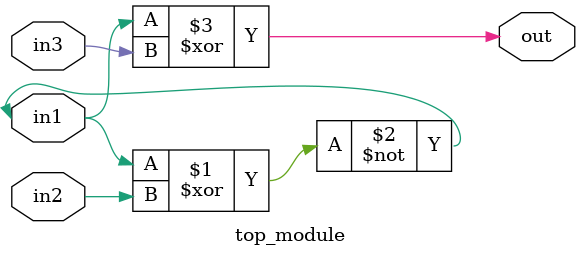
<source format=sv>
module top_module (
	input in1,
	input in2,
	input in3,
	output logic out
);

	// XNOR Gate
	assign in1 = ~(in1 ^ in2);

	// XOR Gate
	assign out = in1 ^ in3;

endmodule

</source>
